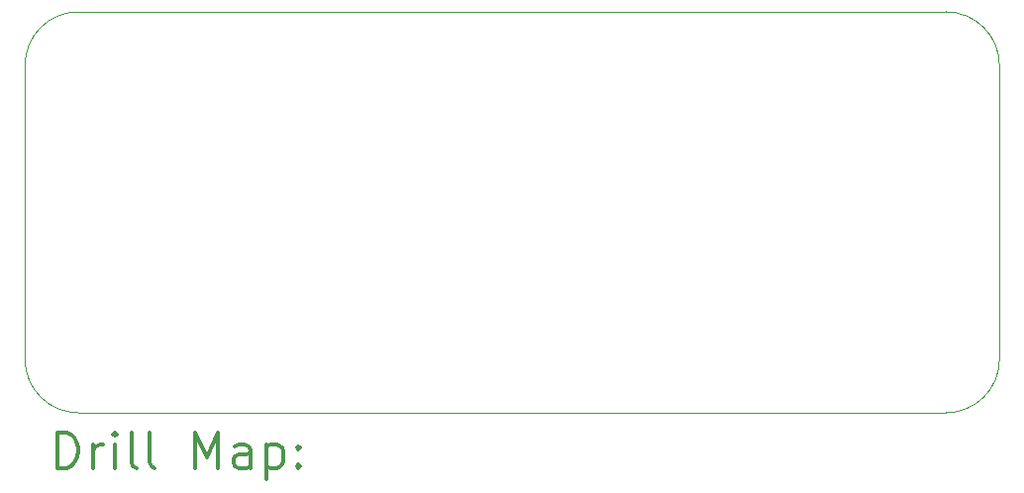
<source format=gbr>
%FSLAX45Y45*%
G04 Gerber Fmt 4.5, Leading zero omitted, Abs format (unit mm)*
G04 Created by KiCad (PCBNEW (5.1.10-1-10_14)) date 2021-08-04 23:21:25*
%MOMM*%
%LPD*%
G01*
G04 APERTURE LIST*
%TA.AperFunction,Profile*%
%ADD10C,0.100000*%
%TD*%
%ADD11C,0.200000*%
%ADD12C,0.300000*%
G04 APERTURE END LIST*
D10*
X15443200Y-5994400D02*
G75*
G02*
X15900400Y-6451600I0J-457200D01*
G01*
X15900400Y-8966200D02*
G75*
G02*
X15443200Y-9423400I-457200J0D01*
G01*
X8026400Y-9423400D02*
G75*
G02*
X7569200Y-8966200I0J457200D01*
G01*
X7569200Y-6451600D02*
G75*
G02*
X8026400Y-5994400I457200J0D01*
G01*
X7569200Y-8966200D02*
X7569200Y-6451600D01*
X8026400Y-5994400D02*
X15443200Y-5994400D01*
X15900400Y-6451600D02*
X15900400Y-8966200D01*
X15443200Y-9423400D02*
X8026400Y-9423400D01*
D11*
D12*
X7850628Y-9894114D02*
X7850628Y-9594114D01*
X7922057Y-9594114D01*
X7964914Y-9608400D01*
X7993486Y-9636972D01*
X8007771Y-9665543D01*
X8022057Y-9722686D01*
X8022057Y-9765543D01*
X8007771Y-9822686D01*
X7993486Y-9851257D01*
X7964914Y-9879829D01*
X7922057Y-9894114D01*
X7850628Y-9894114D01*
X8150628Y-9894114D02*
X8150628Y-9694114D01*
X8150628Y-9751257D02*
X8164914Y-9722686D01*
X8179200Y-9708400D01*
X8207771Y-9694114D01*
X8236343Y-9694114D01*
X8336343Y-9894114D02*
X8336343Y-9694114D01*
X8336343Y-9594114D02*
X8322057Y-9608400D01*
X8336343Y-9622686D01*
X8350628Y-9608400D01*
X8336343Y-9594114D01*
X8336343Y-9622686D01*
X8522057Y-9894114D02*
X8493486Y-9879829D01*
X8479200Y-9851257D01*
X8479200Y-9594114D01*
X8679200Y-9894114D02*
X8650628Y-9879829D01*
X8636343Y-9851257D01*
X8636343Y-9594114D01*
X9022057Y-9894114D02*
X9022057Y-9594114D01*
X9122057Y-9808400D01*
X9222057Y-9594114D01*
X9222057Y-9894114D01*
X9493486Y-9894114D02*
X9493486Y-9736972D01*
X9479200Y-9708400D01*
X9450628Y-9694114D01*
X9393486Y-9694114D01*
X9364914Y-9708400D01*
X9493486Y-9879829D02*
X9464914Y-9894114D01*
X9393486Y-9894114D01*
X9364914Y-9879829D01*
X9350628Y-9851257D01*
X9350628Y-9822686D01*
X9364914Y-9794114D01*
X9393486Y-9779829D01*
X9464914Y-9779829D01*
X9493486Y-9765543D01*
X9636343Y-9694114D02*
X9636343Y-9994114D01*
X9636343Y-9708400D02*
X9664914Y-9694114D01*
X9722057Y-9694114D01*
X9750628Y-9708400D01*
X9764914Y-9722686D01*
X9779200Y-9751257D01*
X9779200Y-9836972D01*
X9764914Y-9865543D01*
X9750628Y-9879829D01*
X9722057Y-9894114D01*
X9664914Y-9894114D01*
X9636343Y-9879829D01*
X9907771Y-9865543D02*
X9922057Y-9879829D01*
X9907771Y-9894114D01*
X9893486Y-9879829D01*
X9907771Y-9865543D01*
X9907771Y-9894114D01*
X9907771Y-9708400D02*
X9922057Y-9722686D01*
X9907771Y-9736972D01*
X9893486Y-9722686D01*
X9907771Y-9708400D01*
X9907771Y-9736972D01*
M02*

</source>
